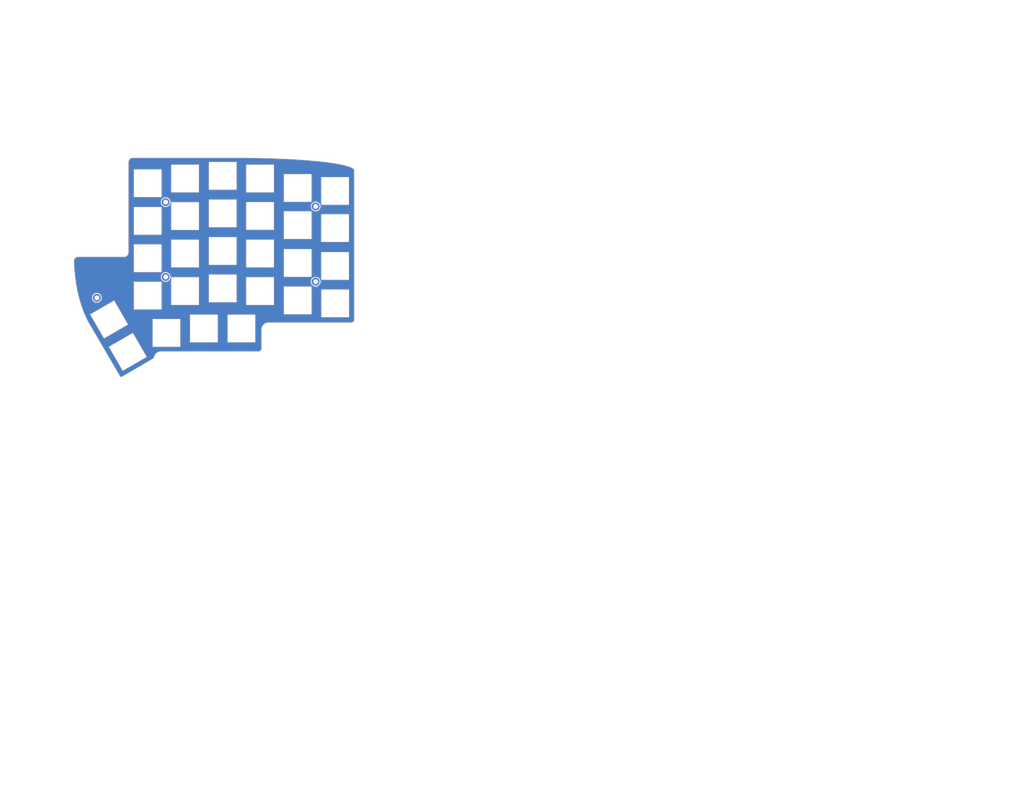
<source format=kicad_pcb>
(kicad_pcb (version 20221018) (generator pcbnew)
  (layers (0 "F.Cu" signal) (31 "B.Cu" signal) (34 "B.Paste" user) (35 "F.Paste" user) (36 "B.SilkS" user "B.Silkscreen") (37 "F.SilkS" user "F.Silkscreen") (38 "B.Mask" user) (39 "F.Mask" user) (44 "Edge.Cuts" user))
  (net 0 "")
  (footprint "Lily58-footprint:MX_Choc_Cutout" (layer "F.Cu") (at 215.697916 90.087656)
    (fp_text reference "SW18" hide)
    (fp_text value "SW_PUSH" hide)
    (fp_line (start -7 -7) (end 7 -7) (stroke (width 0.15)) (layer "Edge.Cuts"))
    (fp_line (start -7 7) (end -7 -7) (stroke (width 0.15)) (layer "Edge.Cuts"))
    (fp_line (start 7 -7) (end 7 7) (stroke (width 0.15)) (layer "Edge.Cuts"))
    (fp_line (start 7 7) (end -7 7) (stroke (width 0.15)) (layer "Edge.Cuts"))
    (zone (net 0) (net_name "") (layers "F&B.Cu") (connect_pads (clearance 0)) (min_thickness 0.25)
      (keepout (tracks not_allowed) (vias not_allowed) (pads not_allowed) (copperpour not_allowed) (footprints not_allowed))
      (fill (thermal_gap 0.5) (thermal_bridge_width 0.5))
      (polygon (pts (xy 208.697916 83.087656) (xy 208.697916 97.087656) (xy 222.697916 97.087656) (xy 222.697916 83.087656)))
    )
  )
  (footprint "Lily58-footprint:MX_Choc_Cutout" (layer "F.Cu") (at 196.697916 50.487656)
    (fp_text reference "SW5" hide)
    (fp_text value "SW_PUSH" hide)
    (fp_line (start -7 -7) (end 7 -7) (stroke (width 0.15)) (layer "Edge.Cuts"))
    (fp_line (start -7 7) (end -7 -7) (stroke (width 0.15)) (layer "Edge.Cuts"))
    (fp_line (start 7 -7) (end 7 7) (stroke (width 0.15)) (layer "Edge.Cuts"))
    (fp_line (start 7 7) (end -7 7) (stroke (width 0.15)) (layer "Edge.Cuts"))
    (zone (net 0) (net_name "") (layers "F&B.Cu") (connect_pads (clearance 0)) (min_thickness 0.25)
      (keepout (tracks not_allowed) (vias not_allowed) (pads not_allowed) (copperpour not_allowed) (footprints not_allowed))
      (fill (thermal_gap 0.5) (thermal_bridge_width 0.5))
      (polygon (pts (xy 189.697916 43.487656) (xy 189.697916 57.487656) (xy 203.697916 57.487656) (xy 203.697916 43.487656)))
    )
  )
  (footprint "Lily58-footprint:MX_Choc_Cutout" (layer "F.Cu") (at 215.697916 70.887656)
    (fp_text reference "SW12" hide)
    (fp_text value "SW_PUSH" hide)
    (fp_line (start -7 -7) (end 7 -7) (stroke (width 0.15)) (layer "Edge.Cuts"))
    (fp_line (start -7 7) (end -7 -7) (stroke (width 0.15)) (layer "Edge.Cuts"))
    (fp_line (start 7 -7) (end 7 7) (stroke (width 0.15)) (layer "Edge.Cuts"))
    (fp_line (start 7 7) (end -7 7) (stroke (width 0.15)) (layer "Edge.Cuts"))
    (zone (net 0) (net_name "") (layers "F&B.Cu") (connect_pads (clearance 0)) (min_thickness 0.25)
      (keepout (tracks not_allowed) (vias not_allowed) (pads not_allowed) (copperpour not_allowed) (footprints not_allowed))
      (fill (thermal_gap 0.5) (thermal_bridge_width 0.5))
      (polygon (pts (xy 208.697916 63.887656) (xy 208.697916 77.887656) (xy 222.697916 77.887656) (xy 222.697916 63.887656)))
    )
  )
  (footprint "Lily58-footprint:MX_Choc_Cutout" (layer "F.Cu") (at 129.997916 124.087656)
    (fp_text reference "SW27" hide)
    (fp_text value "SW_PUSH" hide)
    (fp_line (start -7 -7) (end 7 -7) (stroke (width 0.15)) (layer "Edge.Cuts"))
    (fp_line (start -7 7) (end -7 -7) (stroke (width 0.15)) (layer "Edge.Cuts"))
    (fp_line (start 7 -7) (end 7 7) (stroke (width 0.15)) (layer "Edge.Cuts"))
    (fp_line (start 7 7) (end -7 7) (stroke (width 0.15)) (layer "Edge.Cuts"))
    (zone (net 0) (net_name "") (layers "F&B.Cu") (connect_pads (clearance 0)) (min_thickness 0.25)
      (keepout (tracks not_allowed) (vias not_allowed) (pads not_allowed) (copperpour not_allowed) (footprints not_allowed))
      (fill (thermal_gap 0.5) (thermal_bridge_width 0.5))
      (polygon (pts (xy 122.997916 117.087656) (xy 122.997916 131.087656) (xy 136.997916 131.087656) (xy 136.997916 117.087656)))
    )
  )
  (footprint "Lily58-footprint:MX_Choc_Cutout" (layer "F.Cu") (at 168.097916 121.837656)
    (fp_text reference "SW29" hide)
    (fp_text value "SW_PUSH" hide)
    (fp_line (start -7 -7) (end 7 -7) (stroke (width 0.15)) (layer "Edge.Cuts"))
    (fp_line (start -7 7) (end -7 -7) (stroke (width 0.15)) (layer "Edge.Cuts"))
    (fp_line (start 7 -7) (end 7 7) (stroke (width 0.15)) (layer "Edge.Cuts"))
    (fp_line (start 7 7) (end -7 7) (stroke (width 0.15)) (layer "Edge.Cuts"))
    (zone (net 0) (net_name "") (layers "F&B.Cu") (connect_pads (clearance 0)) (min_thickness 0.25)
      (keepout (tracks not_allowed) (vias not_allowed) (pads not_allowed) (copperpour not_allowed) (footprints not_allowed))
      (fill (thermal_gap 0.5) (thermal_bridge_width 0.5))
      (polygon (pts (xy 161.097916 114.837656) (xy 161.097916 128.837656) (xy 175.097916 128.837656) (xy 175.097916 114.837656)))
    )
  )
  (footprint "Lily58-footprint:MX_Choc_Cutout" (layer "F.Cu") (at 139.497916 45.687656)
    (fp_text reference "SW2" hide)
    (fp_text value "SW_PUSH" hide)
    (fp_line (start -7 -7) (end 7 -7) (stroke (width 0.15)) (layer "Edge.Cuts"))
    (fp_line (start -7 7) (end -7 -7) (stroke (width 0.15)) (layer "Edge.Cuts"))
    (fp_line (start 7 -7) (end 7 7) (stroke (width 0.15)) (layer "Edge.Cuts"))
    (fp_line (start 7 7) (end -7 7) (stroke (width 0.15)) (layer "Edge.Cuts"))
    (zone (net 0) (net_name "") (layers "F&B.Cu") (connect_pads (clearance 0)) (min_thickness 0.25)
      (keepout (tracks not_allowed) (vias not_allowed) (pads not_allowed) (copperpour not_allowed) (footprints not_allowed))
      (fill (thermal_gap 0.5) (thermal_bridge_width 0.5))
      (polygon (pts (xy 132.497916 38.687656) (xy 132.497916 52.687656) (xy 146.497916 52.687656) (xy 146.497916 38.687656)))
    )
  )
  (footprint "Lily58-footprint:MX_Choc_Cutout" (layer "F.Cu") (at 158.597916 82.487656)
    (fp_text reference "SW15" hide)
    (fp_text value "SW_PUSH" hide)
    (fp_line (start -7 -7) (end 7 -7) (stroke (width 0.15)) (layer "Edge.Cuts"))
    (fp_line (start -7 7) (end -7 -7) (stroke (width 0.15)) (layer "Edge.Cuts"))
    (fp_line (start 7 -7) (end 7 7) (stroke (width 0.15)) (layer "Edge.Cuts"))
    (fp_line (start 7 7) (end -7 7) (stroke (width 0.15)) (layer "Edge.Cuts"))
    (zone (net 0) (net_name "") (layers "F&B.Cu") (connect_pads (clearance 0)) (min_thickness 0.25)
      (keepout (tracks not_allowed) (vias not_allowed) (pads not_allowed) (copperpour not_allowed) (footprints not_allowed))
      (fill (thermal_gap 0.5) (thermal_bridge_width 0.5))
      (polygon (pts (xy 151.597916 75.487656) (xy 151.597916 89.487656) (xy 165.597916 89.487656) (xy 165.597916 75.487656)))
    )
  )
  (footprint "Lily58-footprint:M2_HOLE_PCB" (layer "F.Cu") (at 205.797916 59.887656)
    (fp_text reference "TH4" hide)
    (fp_text value "HOLE")
    (pad "" thru_hole circle (at 0 0) (size 4 4) (drill 2.4) (layers "*.Cu" "*.Mask"))
  )
  (footprint "Lily58-footprint:MX_Choc_Cutout" (layer "F.Cu") (at 100.868833 117.284213 30)
    (fp_text reference "SW25" hide)
    (fp_text value "SW_PUSH" hide)
    (fp_line (start -7 -7) (end 7 -7) (stroke (width 0.15)) (layer "Edge.Cuts"))
    (fp_line (start -7 7) (end -7 -7) (stroke (width 0.15)) (layer "Edge.Cuts"))
    (fp_line (start 7 -7) (end 7 7) (stroke (width 0.15)) (layer "Edge.Cuts"))
    (fp_line (start 7 7) (end -7 7) (stroke (width 0.15)) (layer "Edge.Cuts"))
    (zone (net 0) (net_name "") (layers "F&B.Cu") (connect_pads (clearance 0)) (min_thickness 0.25)
      (keepout (tracks not_allowed) (vias not_allowed) (pads not_allowed) (copperpour not_allowed) (footprints not_allowed))
      (fill (thermal_gap 0.5) (thermal_bridge_width 0.5))
      (polygon (pts (xy 91.306655 114.722035) (xy 98.306655 126.846391) (xy 110.431011 119.846391) (xy 103.431011 107.722035)))
    )
  )
  (footprint "Lily58-footprint:MX_Choc_Cutout" (layer "F.Cu") (at 196.697916 69.387656)
    (fp_text reference "SW11" hide)
    (fp_text value "SW_PUSH" hide)
    (fp_line (start -7 -7) (end 7 -7) (stroke (width 0.15)) (layer "Edge.Cuts"))
    (fp_line (start -7 7) (end -7 -7) (stroke (width 0.15)) (layer "Edge.Cuts"))
    (fp_line (start 7 -7) (end 7 7) (stroke (width 0.15)) (layer "Edge.Cuts"))
    (fp_line (start 7 7) (end -7 7) (stroke (width 0.15)) (layer "Edge.Cuts"))
    (zone (net 0) (net_name "") (layers "F&B.Cu") (connect_pads (clearance 0)) (min_thickness 0.25)
      (keepout (tracks not_allowed) (vias not_allowed) (pads not_allowed) (copperpour not_allowed) (footprints not_allowed))
      (fill (thermal_gap 0.5) (thermal_bridge_width 0.5))
      (polygon (pts (xy 189.697916 62.387656) (xy 189.697916 76.387656) (xy 203.697916 76.387656) (xy 203.697916 62.387656)))
    )
  )
  (footprint "Lily58-footprint:MX_Choc_Cutout" (layer "F.Cu") (at 139.497916 64.787656)
    (fp_text reference "SW8" hide)
    (fp_text value "SW_PUSH" hide)
    (fp_line (start -7 -7) (end 7 -7) (stroke (width 0.15)) (layer "Edge.Cuts"))
    (fp_line (start -7 7) (end -7 -7) (stroke (width 0.15)) (layer "Edge.Cuts"))
    (fp_line (start 7 -7) (end 7 7) (stroke (width 0.15)) (layer "Edge.Cuts"))
    (fp_line (start 7 7) (end -7 7) (stroke (width 0.15)) (layer "Edge.Cuts"))
    (zone (net 0) (net_name "") (layers "F&B.Cu") (connect_pads (clearance 0)) (min_thickness 0.25)
      (keepout (tracks not_allowed) (vias not_allowed) (pads not_allowed) (copperpour not_allowed) (footprints not_allowed))
      (fill (thermal_gap 0.5) (thermal_bridge_width 0.5))
      (polygon (pts (xy 132.497916 57.787656) (xy 132.497916 71.787656) (xy 146.497916 71.787656) (xy 146.497916 57.787656)))
    )
  )
  (footprint "Lily58-footprint:M2_HOLE_PCB" (layer "F.Cu") (at 129.597916 95.687656)
    (fp_text reference "TH5" hide)
    (fp_text value "HOLE")
    (pad "" thru_hole circle (at 0 0) (size 4 4) (drill 2.4) (layers "*.Cu" "*.Mask"))
  )
  (footprint "Lily58-footprint:MX_Choc_Cutout" (layer "F.Cu") (at 120.497916 105.187656)
    (fp_text reference "SW19" hide)
    (fp_text value "SW_PUSH" hide)
    (fp_line (start -7 -7) (end 7 -7) (stroke (width 0.15)) (layer "Edge.Cuts"))
    (fp_line (start -7 7) (end -7 -7) (stroke (width 0.15)) (layer "Edge.Cuts"))
    (fp_line (start 7 -7) (end 7 7) (stroke (width 0.15)) (layer "Edge.Cuts"))
    (fp_line (start 7 7) (end -7 7) (stroke (width 0.15)) (layer "Edge.Cuts"))
    (zone (net 0) (net_name "") (layers "F&B.Cu") (connect_pads (clearance 0)) (min_thickness 0.25)
      (keepout (tracks not_allowed) (vias not_allowed) (pads not_allowed) (copperpour not_allowed) (footprints not_allowed))
      (fill (thermal_gap 0.5) (thermal_bridge_width 0.5))
      (polygon (pts (xy 113.497916 98.187656) (xy 113.497916 112.187656) (xy 127.497916 112.187656) (xy 127.497916 98.187656)))
    )
  )
  (footprint "Lily58-footprint:MX_Choc_Cutout" (layer "F.Cu") (at 120.497916 48.087656)
    (fp_text reference "SW1" hide)
    (fp_text value "SW_PUSH" hide)
    (fp_line (start -7 -7) (end 7 -7) (stroke (width 0.15)) (layer "Edge.Cuts"))
    (fp_line (start -7 7) (end -7 -7) (stroke (width 0.15)) (layer "Edge.Cuts"))
    (fp_line (start 7 -7) (end 7 7) (stroke (width 0.15)) (layer "Edge.Cuts"))
    (fp_line (start 7 7) (end -7 7) (stroke (width 0.15)) (layer "Edge.Cuts"))
    (zone (net 0) (net_name "") (layers "F&B.Cu") (connect_pads (clearance 0)) (min_thickness 0.25)
      (keepout (tracks not_allowed) (vias not_allowed) (pads not_allowed) (copperpour not_allowed) (footprints not_allowed))
      (fill (thermal_gap 0.5) (thermal_bridge_width 0.5))
      (polygon (pts (xy 113.497916 41.087656) (xy 113.497916 55.087656) (xy 127.497916 55.087656) (xy 127.497916 41.087656)))
    )
  )
  (footprint "Lily58-footprint:MX_Choc_Cutout" (layer "F.Cu") (at 177.597916 64.687656)
    (fp_text reference "SW10" hide)
    (fp_text value "SW_PUSH" hide)
    (fp_line (start -7 -7) (end 7 -7) (stroke (width 0.15)) (layer "Edge.Cuts"))
    (fp_line (start -7 7) (end -7 -7) (stroke (width 0.15)) (layer "Edge.Cuts"))
    (fp_line (start 7 -7) (end 7 7) (stroke (width 0.15)) (layer "Edge.Cuts"))
    (fp_line (start 7 7) (end -7 7) (stroke (width 0.15)) (layer "Edge.Cuts"))
    (zone (net 0) (net_name "") (layers "F&B.Cu") (connect_pads (clearance 0)) (min_thickness 0.25)
      (keepout (tracks not_allowed) (vias not_allowed) (pads not_allowed) (copperpour not_allowed) (footprints not_allowed))
      (fill (thermal_gap 0.5) (thermal_bridge_width 0.5))
      (polygon (pts (xy 170.597916 57.687656) (xy 170.597916 71.687656) (xy 184.597916 71.687656) (xy 184.597916 57.687656)))
    )
  )
  (footprint "Lily58-footprint:MX_Choc_Cutout" (layer "F.Cu") (at 196.697916 88.587656)
    (fp_text reference "SW17" hide)
    (fp_text value "SW_PUSH" hide)
    (fp_line (start -7 -7) (end 7 -7) (stroke (width 0.15)) (layer "Edge.Cuts"))
    (fp_line (start -7 7) (end -7 -7) (stroke (width 0.15)) (layer "Edge.Cuts"))
    (fp_line (start 7 -7) (end 7 7) (stroke (width 0.15)) (layer "Edge.Cuts"))
    (fp_line (start 7 7) (end -7 7) (stroke (width 0.15)) (layer "Edge.Cuts"))
    (zone (net 0) (net_name "") (layers "F&B.Cu") (connect_pads (clearance 0)) (min_thickness 0.25)
      (keepout (tracks not_allowed) (vias not_allowed) (pads not_allowed) (copperpour not_allowed) (footprints not_allowed))
      (fill (thermal_gap 0.5) (thermal_bridge_width 0.5))
      (polygon (pts (xy 189.697916 81.587656) (xy 189.697916 95.587656) (xy 203.697916 95.587656) (xy 203.697916 81.587656)))
    )
  )
  (footprint "Lily58-footprint:MX_Choc_Cutout" (layer "F.Cu") (at 110.368833 133.738695 30)
    (fp_text reference "SW26" hide)
    (fp_text value "SW_PUSH" hide)
    (fp_line (start -7 -7) (end 7 -7) (stroke (width 0.15)) (layer "Edge.Cuts"))
    (fp_line (start -7 7) (end -7 -7) (stroke (width 0.15)) (layer "Edge.Cuts"))
    (fp_line (start 7 -7) (end 7 7) (stroke (width 0.15)) (layer "Edge.Cuts"))
    (fp_line (start 7 7) (end -7 7) (stroke (width 0.15)) (layer "Edge.Cuts"))
    (zone (net 0) (net_name "") (layers "F&B.Cu") (connect_pads (clearance 0)) (min_thickness 0.25)
      (keepout (tracks not_allowed) (vias not_allowed) (pads not_allowed) (copperpour not_allowed) (footprints not_allowed))
      (fill (thermal_gap 0.5) (thermal_bridge_width 0.5))
      (polygon (pts (xy 100.806655 131.176517) (xy 107.806655 143.300873) (xy 119.931011 136.300873) (xy 112.931011 124.176517)))
    )
  )
  (footprint "Lily58-footprint:MX_Choc_Cutout" (layer "F.Cu") (at 139.497916 102.887656)
    (fp_text reference "SW20" hide)
    (fp_text value "SW_PUSH" hide)
    (fp_line (start -7 -7) (end 7 -7) (stroke (width 0.15)) (layer "Edge.Cuts"))
    (fp_line (start -7 7) (end -7 -7) (stroke (width 0.15)) (layer "Edge.Cuts"))
    (fp_line (start 7 -7) (end 7 7) (stroke (width 0.15)) (layer "Edge.Cuts"))
    (fp_line (start 7 7) (end -7 7) (stroke (width 0.15)) (layer "Edge.Cuts"))
    (zone (net 0) (net_name "") (layers "F&B.Cu") (connect_pads (clearance 0)) (min_thickness 0.25)
      (keepout (tracks not_allowed) (vias not_allowed) (pads not_allowed) (copperpour not_allowed) (footprints not_allowed))
      (fill (thermal_gap 0.5) (thermal_bridge_width 0.5))
      (polygon (pts (xy 132.497916 95.887656) (xy 132.497916 109.887656) (xy 146.497916 109.887656) (xy 146.497916 95.887656)))
    )
  )
  (footprint "Lily58-footprint:MX_Choc_Cutout" (layer "F.Cu") (at 120.497916 67.187656)
    (fp_text reference "SW7" hide)
    (fp_text value "SW_PUSH" hide)
    (fp_line (start -7 -7) (end 7 -7) (stroke (width 0.15)) (layer "Edge.Cuts"))
    (fp_line (start -7 7) (end -7 -7) (stroke (width 0.15)) (layer "Edge.Cuts"))
    (fp_line (start 7 -7) (end 7 7) (stroke (width 0.15)) (layer "Edge.Cuts"))
    (fp_line (start 7 7) (end -7 7) (stroke (width 0.15)) (layer "Edge.Cuts"))
    (zone (net 0) (net_name "") (layers "F&B.Cu") (connect_pads (clearance 0)) (min_thickness 0.25)
      (keepout (tracks not_allowed) (vias not_allowed) (pads not_allowed) (copperpour not_allowed) (footprints not_allowed))
      (fill (thermal_gap 0.5) (thermal_bridge_width 0.5))
      (polygon (pts (xy 113.497916 60.187656) (xy 113.497916 74.187656) (xy 127.497916 74.187656) (xy 127.497916 60.187656)))
    )
  )
  (footprint "Lily58-footprint:MX_Choc_Cutout" (layer "F.Cu") (at 177.597916 83.787656)
    (fp_text reference "SW16" hide)
    (fp_text value "SW_PUSH" hide)
    (fp_line (start -7 -7) (end 7 -7) (stroke (width 0.15)) (layer "Edge.Cuts"))
    (fp_line (start -7 7) (end -7 -7) (stroke (width 0.15)) (layer "Edge.Cuts"))
    (fp_line (start 7 -7) (end 7 7) (stroke (width 0.15)) (layer "Edge.Cuts"))
    (fp_line (start 7 7) (end -7 7) (stroke (width 0.15)) (layer "Edge.Cuts"))
    (zone (net 0) (net_name "") (layers "F&B.Cu") (connect_pads (clearance 0)) (min_thickness 0.25)
      (keepout (tracks not_allowed) (vias not_allowed) (pads not_allowed) (copperpour not_allowed) (footprints not_allowed))
      (fill (thermal_gap 0.5) (thermal_bridge_width 0.5))
      (polygon (pts (xy 170.597916 76.787656) (xy 170.597916 90.787656) (xy 184.597916 90.787656) (xy 184.597916 76.787656)))
    )
  )
  (footprint "Lily58-footprint:MX_Choc_Cutout" (layer "F.Cu") (at 158.597916 63.387656)
    (fp_text reference "SW9" hide)
    (fp_text value "SW_PUSH" hide)
    (fp_line (start -7 -7) (end 7 -7) (stroke (width 0.15)) (layer "Edge.Cuts"))
    (fp_line (start -7 7) (end -7 -7) (stroke (width 0.15)) (layer "Edge.Cuts"))
    (fp_line (start 7 -7) (end 7 7) (stroke (width 0.15)) (layer "Edge.Cuts"))
    (fp_line (start 7 7) (end -7 7) (stroke (width 0.15)) (layer "Edge.Cuts"))
    (zone (net 0) (net_name "") (layers "F&B.Cu") (connect_pads (clearance 0)) (min_thickness 0.25)
      (keepout (tracks not_allowed) (vias not_allowed) (pads not_allowed) (copperpour not_allowed) (footprints not_allowed))
      (fill (thermal_gap 0.5) (thermal_bridge_width 0.5))
      (polygon (pts (xy 151.597916 56.387656) (xy 151.597916 70.387656) (xy 165.597916 70.387656) (xy 165.597916 56.387656)))
    )
  )
  (footprint "Lily58-footprint:MX_Choc_Cutout" (layer "F.Cu") (at 177.597916 45.687656)
    (fp_text reference "SW4" hide)
    (fp_text value "SW_PUSH" hide)
    (fp_line (start -7 -7) (end 7 -7) (stroke (width 0.15)) (layer "Edge.Cuts"))
    (fp_line (start -7 7) (end -7 -7) (stroke (width 0.15)) (layer "Edge.Cuts"))
    (fp_line (start 7 -7) (end 7 7) (stroke (width 0.15)) (layer "Edge.Cuts"))
    (fp_line (start 7 7) (end -7 7) (stroke (width 0.15)) (layer "Edge.Cuts"))
    (zone (net 0) (net_name "") (layers "F&B.Cu") (connect_pads (clearance 0)) (min_thickness 0.25)
      (keepout (tracks not_allowed) (vias not_allowed) (pads not_allowed) (copperpour not_allowed) (footprints not_allowed))
      (fill (thermal_gap 0.5) (thermal_bridge_width 0.5))
      (polygon (pts (xy 170.597916 38.687656) (xy 170.597916 52.687656) (xy 184.597916 52.687656) (xy 184.597916 38.687656)))
    )
  )
  (footprint "Lily58-footprint:M2_HOLE_PCB" (layer "F.Cu") (at 94.640916 106.291656 90)
    (fp_text reference "TH7" hide)
    (fp_text value "HOLE")
    (pad "" thru_hole circle (at 0 0 90) (size 4 4) (drill 2.4) (layers "*.Cu" "*.Mask"))
  )
  (footprint "Lily58-footprint:MX_Choc_Cutout" (layer "F.Cu") (at 215.747916 109.087656)
    (fp_text reference "SW24" hide)
    (fp_text value "SW_PUSH" hide)
    (fp_line (start -7 -7) (end 7 -7) (stroke (width 0.15)) (layer "Edge.Cuts"))
    (fp_line (start -7 7) (end -7 -7) (stroke (width 0.15)) (layer "Edge.Cuts"))
    (fp_line (start 7 -7) (end 7 7) (stroke (width 0.15)) (layer "Edge.Cuts"))
    (fp_line (start 7 7) (end -7 7) (stroke (width 0.15)) (layer "Edge.Cuts"))
    (zone (net 0) (net_name "") (layers "F&B.Cu") (connect_pads (clearance 0)) (min_thickness 0.25)
      (keepout (tracks not_allowed) (vias not_allowed) (pads not_allowed) (copperpour not_allowed) (footprints not_allowed))
      (fill (thermal_gap 0.5) (thermal_bridge_width 0.5))
      (polygon (pts (xy 208.747916 102.087656) (xy 208.747916 116.087656) (xy 222.747916 116.087656) (xy 222.747916 102.087656)))
    )
  )
  (footprint "Lily58-footprint:MX_Choc_Cutout" (layer "F.Cu") (at 158.597916 44.297656)
    (fp_text reference "SW3" hide)
    (fp_text value "SW_PUSH" hide)
    (fp_line (start -7 -7) (end 7 -7) (stroke (width 0.15)) (layer "Edge.Cuts"))
    (fp_line (start -7 7) (end -7 -7) (stroke (width 0.15)) (layer "Edge.Cuts"))
    (fp_line (start 7 -7) (end 7 7) (stroke (width 0.15)) (layer "Edge.Cuts"))
    (fp_line (start 7 7) (end -7 7) (stroke (width 0.15)) (layer "Edge.Cuts"))
    (zone (net 0) (net_name "") (layers "F&B.Cu") (connect_pads (clearance 0)) (min_thickness 0.25)
      (keepout (tracks not_allowed) (vias not_allowed) (pads not_allowed) (copperpour not_allowed) (footprints not_allowed))
      (fill (thermal_gap 0.5) (thermal_bridge_width 0.5))
      (polygon (pts (xy 151.597916 37.297656) (xy 151.597916 51.297656) (xy 165.597916 51.297656) (xy 165.597916 37.297656)))
    )
  )
  (footprint "Lily58-footprint:MX_Choc_Cutout" (layer "F.Cu") (at 148.997916 121.837656)
    (fp_text reference "SW28" hide)
    (fp_text value "SW_PUSH" hide)
    (fp_line (start -7 -7) (end 7 -7) (stroke (width 0.15)) (layer "Edge.Cuts"))
    (fp_line (start -7 7) (end -7 -7) (stroke (width 0.15)) (layer "Edge.Cuts"))
    (fp_line (start 7 -7) (end 7 7) (stroke (width 0.15)) (layer "Edge.Cuts"))
    (fp_line (start 7 7) (end -7 7) (stroke (width 0.15)) (layer "Edge.Cuts"))
    (zone (net 0) (net_name "") (layers "F&B.Cu") (connect_pads (clearance 0)) (min_thickness 0.25)
      (keepout (tracks not_allowed) (vias not_allowed) (pads not_allowed) (copperpour not_allowed) (footprints not_allowed))
      (fill (thermal_gap 0.5) (thermal_bridge_width 0.5))
      (polygon (pts (xy 141.997916 114.837656) (xy 141.997916 128.837656) (xy 155.997916 128.837656) (xy 155.997916 114.837656)))
    )
  )
  (footprint "Lily58-footprint:MX_Choc_Cutout" (layer "F.Cu") (at 139.497916 83.787656)
    (fp_text reference "SW14" hide)
    (fp_text value "SW_PUSH" hide)
    (fp_line (start -7 -7) (end 7 -7) (stroke (width 0.15)) (layer "Edge.Cuts"))
    (fp_line (start -7 7) (end -7 -7) (stroke (width 0.15)) (layer "Edge.Cuts"))
    (fp_line (start 7 -7) (end 7 7) (stroke (width 0.15)) (layer "Edge.Cuts"))
    (fp_line (start 7 7) (end -7 7) (stroke (width 0.15)) (layer "Edge.Cuts"))
    (zone (net 0) (net_name "") (layers "F&B.Cu") (connect_pads (clearance 0)) (min_thickness 0.25)
      (keepout (tracks not_allowed) (vias not_allowed) (pads not_allowed) (copperpour not_allowed) (footprints not_allowed))
      (fill (thermal_gap 0.5) (thermal_bridge_width 0.5))
      (polygon (pts (xy 132.497916 76.787656) (xy 132.497916 90.787656) (xy 146.497916 90.787656) (xy 146.497916 76.787656)))
    )
  )
  (footprint "Lily58-footprint:MX_Choc_Cutout" (layer "F.Cu") (at 196.697916 107.587656)
    (fp_text reference "SW23" hide)
    (fp_text value "SW_PUSH" hide)
    (fp_line (start -7 -7) (end 7 -7) (stroke (width 0.15)) (layer "Edge.Cuts"))
    (fp_line (start -7 7) (end -7 -7) (stroke (width 0.15)) (layer "Edge.Cuts"))
    (fp_line (start 7 -7) (end 7 7) (stroke (width 0.15)) (layer "Edge.Cuts"))
    (fp_line (start 7 7) (end -7 7) (stroke (width 0.15)) (layer "Edge.Cuts"))
    (zone (net 0) (net_name "") (layers "F&B.Cu") (connect_pads (clearance 0)) (min_thickness 0.25)
      (keepout (tracks not_allowed) (vias not_allowed) (pads not_allowed) (copperpour not_allowed) (footprints not_allowed))
      (fill (thermal_gap 0.5) (thermal_bridge_width 0.5))
      (polygon (pts (xy 189.697916 100.587656) (xy 189.697916 114.587656) (xy 203.697916 114.587656) (xy 203.697916 100.587656)))
    )
  )
  (footprint "Lily58-footprint:M2_HOLE_PCB" (layer "F.Cu") (at 129.597916 57.687656)
    (fp_text reference "TH3" hide)
    (fp_text value "HOLE")
    (pad "" thru_hole circle (at 0 0) (size 4 4) (drill 2.4) (layers "*.Cu" "*.Mask"))
  )
  (footprint "Lily58-footprint:MX_Choc_Cutout" (layer "F.Cu") (at 177.597916 102.887656)
    (fp_text reference "SW22" hide)
    (fp_text value "SW_PUSH" hide)
    (fp_line (start -7 -7) (end 7 -7) (stroke (width 0.15)) (layer "Edge.Cuts"))
    (fp_line (start -7 7) (end -7 -7) (stroke (width 0.15)) (layer "Edge.Cuts"))
    (fp_line (start 7 -7) (end 7 7) (stroke (width 0.15)) (layer "Edge.Cuts"))
    (fp_line (start 7 7) (end -7 7) (stroke (width 0.15)) (layer "Edge.Cuts"))
    (zone (net 0) (net_name "") (layers "F&B.Cu") (connect_pads (clearance 0)) (min_thickness 0.25)
      (keepout (tracks not_allowed) (vias not_allowed) (pads not_allowed) (copperpour not_allowed) (footprints not_allowed))
      (fill (thermal_gap 0.5) (thermal_bridge_width 0.5))
      (polygon (pts (xy 170.597916 95.887656) (xy 170.597916 109.887656) (xy 184.597916 109.887656) (xy 184.597916 95.887656)))
    )
  )
  (footprint "Lily58-footprint:MX_Choc_Cutout" (layer "F.Cu") (at 120.497916 86.187656)
    (fp_text reference "SW13" hide)
    (fp_text value "SW_PUSH" hide)
    (fp_line (start -7 -7) (end 7 -7) (stroke (width 0.15)) (layer "Edge.Cuts"))
    (fp_line (start -7 7) (end -7 -7) (stroke (width 0.15)) (layer "Edge.Cuts"))
    (fp_line (start 7 -7) (end 7 7) (stroke (width 0.15)) (layer "Edge.Cuts"))
    (fp_line (start 7 7) (end -7 7) (stroke (width 0.15)) (layer "Edge.Cuts"))
    (zone (net 0) (net_name "") (layers "F&B.Cu") (connect_pads (clearance 0)) (min_thickness 0.25)
      (keepout (tracks not_allowed) (vias not_allowed) (pads not_allowed) (copperpour not_allowed) (footprints not_allowed))
      (fill (thermal_gap 0.5) (thermal_bridge_width 0.5))
      (polygon (pts (xy 113.497916 79.187656) (xy 113.497916 93.187656) (xy 127.497916 93.187656) (xy 127.497916 79.187656)))
    )
  )
  (footprint "Lily58-footprint:MX_Choc_Cutout" (layer "F.Cu") (at 215.697916 51.987656)
    (fp_text reference "SW6" hide)
    (fp_text value "SW_PUSH" hide)
    (fp_line (start -7 -7) (end 7 -7) (stroke (width 0.15)) (layer "Edge.Cuts"))
    (fp_line (start -7 7) (end -7 -7) (stroke (width 0.15)) (layer "Edge.Cuts"))
    (fp_line (start 7 -7) (end 7 7) (stroke (width 0.15)) (layer "Edge.Cuts"))
    (fp_line (start 7 7) (end -7 7) (stroke (width 0.15)) (layer "Edge.Cuts"))
    (zone (net 0) (net_name "") (layers "F&B.Cu") (connect_pads (clearance 0)) (min_thickness 0.25)
      (keepout (tracks not_allowed) (vias not_allowed) (pads not_allowed) (copperpour not_allowed) (footprints not_allowed))
      (fill (thermal_gap 0.5) (thermal_bridge_width 0.5))
      (polygon (pts (xy 208.697916 44.987656) (xy 208.697916 58.987656) (xy 222.697916 58.987656) (xy 222.697916 44.987656)))
    )
  )
  (footprint "Lily58-footprint:MX_Choc_Cutout" (layer "F.Cu") (at 158.597916 101.487656)
    (fp_text reference "SW21" hide)
    (fp_text value "SW_PUSH" hide)
    (fp_line (start -7 -7) (end 7 -7) (stroke (width 0.15)) (layer "Edge.Cuts"))
    (fp_line (start -7 7) (end -7 -7) (stroke (width 0.15)) (layer "Edge.Cuts"))
    (fp_line (start 7 -7) (end 7 7) (stroke (width 0.15)) (layer "Edge.Cuts"))
    (fp_line (start 7 7) (end -7 7) (stroke (width 0.15)) (layer "Edge.Cuts"))
    (zone (net 0) (net_name "") (layers "F&B.Cu") (connect_pads (clearance 0)) (min_thickness 0.25)
      (keepout (tracks not_allowed) (vias not_allowed) (pads not_allowed) (copperpour not_allowed) (footprints not_allowed))
      (fill (thermal_gap 0.5) (thermal_bridge_width 0.5))
      (polygon (pts (xy 151.597916 94.487656) (xy 151.597916 108.487656) (xy 165.597916 108.487656) (xy 165.597916 94.487656)))
    )
  )
  (footprint "Lily58-footprint:M2_HOLE_PCB" (layer "F.Cu") (at 205.797916 98.087656)
    (fp_text reference "TH6" hide)
    (fp_text value "HOLE")
    (pad "" thru_hole circle (at 0 0) (size 4 4) (drill 2.4) (layers "*.Cu" "*.Mask"))
  )
  (gr_line (start 123.658113 136.571583) (end 123.519897 136.826392) (stroke (width 0.2)) (layer "Edge.Cuts"))
  (gr_line (start 213.422752 118.877391) (end 218.690334 118.877391) (stroke (width 0.2)) (layer "Edge.Cuts"))
  (gr_line (start 85.160319 85.457983) (end 84.712477 85.502055) (stroke (width 0.2)) (layer "Edge.Cuts"))
  (gr_line (start 194.98415 35.953491) (end 192.474099 35.813348) (stroke (width 0.2)) (layer "Edge.Cuts"))
  (gr_line (start 225.457916 98.414146) (end 225.457916 107.895768) (stroke (width 0.2)) (layer "Edge.Cuts"))
  (gr_line (start 197.4218 36.106302) (end 194.98415 35.953491) (stroke (width 0.2)) (layer "Edge.Cuts"))
  (gr_line (start 178.317264 132.060507) (end 178.286817 132.363003) (stroke (width 0.2)) (layer "Edge.Cuts"))
  (gr_line (start 189.895288 35.686269) (end 187.251361 35.572652) (stroke (width 0.2)) (layer "Edge.Cuts"))
  (gr_line (start 124.048809 135.622364) (end 124.371313 135.027811) (stroke (width 0.2)) (layer "Edge.Cuts"))
  (gr_line (start 126.576211 133.612386) (end 127.273983 133.583175) (stroke (width 0.2)) (layer "Edge.Cuts"))
  (gr_line (start 225.457915 117.377391) (end 225.427468 117.679887) (stroke (width 0.2)) (layer "Edge.Cuts"))
  (gr_line (start 106.549217 146.36413) (end 106.66625 146.463778) (stroke (width 0.2)) (layer "Edge.Cuts"))
  (gr_line (start 179.859689 119.474721) (end 180.454242 119.152217) (stroke (width 0.2)) (layer "Edge.Cuts"))
  (gr_line (start 162.07822 133.554806) (end 176.817264 133.560507) (stroke (width 0.2)) (layer "Edge.Cuts"))
  (gr_line (start 109.735939 85.08242) (end 110.061411 84.813891) (stroke (width 0.2)) (layer "Edge.Cuts"))
  (gr_line (start 100.044952 135.273996) (end 101.720646 138.140315) (stroke (width 0.2)) (layer "Edge.Cuts"))
  (gr_line (start 111.34917 35.843994) (end 111.080688 36.169525) (stroke (width 0.2)) (layer "Edge.Cuts"))
  (gr_line (start 177.401416 133.442725) (end 177.11976 133.53006) (stroke (width 0.2)) (layer "Edge.Cuts"))
  (gr_line (start 178.317264 122.377391) (end 178.388307 121.671567) (stroke (width 0.2)) (layer "Edge.Cuts"))
  (gr_line (start 83.923654 85.829784) (end 83.599225 86.096874) (stroke (width 0.2)) (layer "Edge.Cuts"))
  (gr_line (start 178.061265 132.899468) (end 177.878177 133.12142) (stroke (width 0.2)) (layer "Edge.Cuts"))
  (gr_line (start 109.362286 85.285137) (end 109.735939 85.08242) (stroke (width 0.2)) (layer "Edge.Cuts"))
  (gr_line (start 213.879353 37.737121) (end 212.15207 37.497278) (stroke (width 0.2)) (layer "Edge.Cuts"))
  (gr_line (start 224.260411 118.846944) (end 223.957915 118.877391) (stroke (width 0.2)) (layer "Edge.Cuts"))
  (gr_line (start 202.887589 118.877391) (end 208.155171 118.877391) (stroke (width 0.2)) (layer "Edge.Cuts"))
  (gr_line (start 219.700162 38.78342) (end 218.415494 38.509601) (stroke (width 0.2)) (layer "Edge.Cuts"))
  (gr_line (start 197.620008 118.877391) (end 202.887589 118.877391) (stroke (width 0.2)) (layer "Edge.Cuts"))
  (gr_line (start 106.933174 146.55522) (end 107.082128 146.545714) (stroke (width 0.2)) (layer "Edge.Cuts"))
  (gr_line (start 98.369257 132.407676) (end 100.044952 135.273996) (stroke (width 0.2)) (layer "Edge.Cuts"))
  (gr_line (start 224.765675 40.569949) (end 224.25422 40.257085) (stroke (width 0.2)) (layer "Edge.Cuts"))
  (gr_line (start 223.604789 39.949734) (end 222.821025 39.648296) (stroke (width 0.2)) (layer "Edge.Cuts"))
  (gr_line (start 84.018888 98.778481) (end 84.744999 102.782902) (stroke (width 0.2)) (layer "Edge.Cuts"))
  (gr_line (start 173.182488 35.220409) (end 170.224367 35.195911) (stroke (width 0.2)) (layer "Edge.Cuts"))
  (gr_line (start 215.501447 37.986053) (end 213.879353 37.737121) (stroke (width 0.2)) (layer "Edge.Cuts"))
  (gr_line (start 124.798519 134.509922) (end 125.316408 134.082716) (stroke (width 0.2)) (layer "Edge.Cuts"))
  (gr_line (start 147.339176 133.554806) (end 154.708698 133.554806) (stroke (width 0.2)) (layer "Edge.Cuts"))
  (gr_line (start 110.70529 83.257885) (end 110.70529 37.413639) (stroke (width 0.2)) (layer "Edge.Cuts"))
  (gr_line (start 106.443759 146.229396) (end 106.549217 146.36413) (stroke (width 0.2)) (layer "Edge.Cuts"))
  (gr_line (start 218.415494 38.509601) (end 217.014708 38.243679) (stroke (width 0.2)) (layer "Edge.Cuts"))
  (gr_line (start 208.155171 118.877391) (end 213.422752 118.877391) (stroke (width 0.2)) (layer "Edge.Cuts"))
  (gr_line (start 107.082128 146.545714) (end 107.240786 146.498524) (stroke (width 0.2)) (layer "Edge.Cuts"))
  (gr_line (start 112.048294 35.372748) (end 111.674642 35.575465) (stroke (width 0.2)) (layer "Edge.Cuts"))
  (gr_line (start 88.289674 114.405729) (end 89.991249 118.077196) (stroke (width 0.2)) (layer "Edge.Cuts"))
  (gr_line (start 202.06532 36.448336) (end 199.783404 36.271383) (stroke (width 0.2)) (layer "Edge.Cuts"))
  (gr_line (start 91.666479 120.942398) (end 93.342174 123.808718) (stroke (width 0.2)) (layer "Edge.Cuts"))
  (gr_line (start 225.13551 40.887929) (end 224.765675 40.569949) (stroke (width 0.2)) (layer "Edge.Cuts"))
  (gr_line (start 111.157452 144.223942) (end 112.833146 143.253803) (stroke (width 0.2)) (layer "Edge.Cuts"))
  (gr_line (start 222.821025 39.648296) (end 221.906571 39.353165) (stroke (width 0.2)) (layer "Edge.Cuts"))
  (gr_line (start 178.199481 132.644659) (end 178.061265 132.899468) (stroke (width 0.2)) (layer "Edge.Cuts"))
  (gr_line (start 108.505682 85.457885) (end 108.949264 85.413229) (stroke (width 0.2)) (layer "Edge.Cuts"))
  (gr_line (start 178.286817 132.363003) (end 178.199481 132.644659) (stroke (width 0.2)) (layer "Edge.Cuts"))
  (gr_line (start 123.782211 136.289927) (end 124.048809 135.622364) (stroke (width 0.2)) (layer "Edge.Cuts"))
  (gr_line (start 110.532573 84.114642) (end 110.660643 83.701546) (stroke (width 0.2)) (layer "Edge.Cuts"))
  (gr_line (start 177.878177 133.12142) (end 177.656224 133.304509) (stroke (width 0.2)) (layer "Edge.Cuts"))
  (gr_line (start 83.488213 94.745319) (end 84.018888 98.778481) (stroke (width 0.2)) (layer "Edge.Cuts"))
  (gr_line (start 110.660643 83.701546) (end 110.70529 83.257885) (stroke (width 0.2)) (layer "Edge.Cuts"))
  (gr_line (start 178.914594 120.419816) (end 179.3418 119.901927) (stroke (width 0.2)) (layer "Edge.Cuts"))
  (gr_line (start 192.352427 118.877391) (end 197.620008 118.877391) (stroke (width 0.2)) (layer "Edge.Cuts"))
  (gr_line (start 225.457916 88.932523) (end 225.457916 98.414146) (stroke (width 0.2)) (layer "Edge.Cuts"))
  (gr_line (start 225.457916 41.524411) (end 225.457916 51.006034) (stroke (width 0.2)) (layer "Edge.Cuts"))
  (gr_line (start 192.474099 35.813348) (end 189.895288 35.686269) (stroke (width 0.2)) (layer "Edge.Cuts"))
  (gr_line (start 108.949264 85.413229) (end 109.362286 85.285137) (stroke (width 0.2)) (layer "Edge.Cuts"))
  (gr_line (start 178.317264 124.81347) (end 178.317264 126.03151) (stroke (width 0.2)) (layer "Edge.Cuts"))
  (gr_line (start 83.133606 90.705217) (end 83.488213 94.745319) (stroke (width 0.2)) (layer "Edge.Cuts"))
  (gr_line (start 225.427468 117.679887) (end 225.340133 117.961543) (stroke (width 0.2)) (layer "Edge.Cuts"))
  (gr_line (start 106.794392 146.527691) (end 106.933174 146.55522) (stroke (width 0.2)) (layer "Edge.Cuts"))
  (gr_line (start 93.342174 123.808718) (end 95.017868 126.675037) (stroke (width 0.2)) (layer "Edge.Cuts"))
  (gr_line (start 187.251361 35.572652) (end 184.54596 35.472895) (stroke (width 0.2)) (layer "Edge.Cuts"))
  (gr_line (start 225.018828 118.438304) (end 224.796876 118.621392) (stroke (width 0.2)) (layer "Edge.Cuts"))
  (gr_line (start 84.297497 85.62875) (end 83.923654 85.829784) (stroke (width 0.2)) (layer "Edge.Cuts"))
  (gr_line (start 154.708698 133.554806) (end 162.07822 133.554806) (stroke (width 0.2)) (layer "Edge.Cuts"))
  (gr_line (start 112.857861 35.187656) (end 112.461317 35.244656) (stroke (width 0.2)) (layer "Edge.Cuts"))
  (gr_line (start 224.25422 40.257085) (end 223.604789 39.949734) (stroke (width 0.2)) (layer "Edge.Cuts"))
  (gr_line (start 181.11144 118.948434) (end 181.817264 118.877391) (stroke (width 0.2)) (layer "Edge.Cuts"))
  (gr_line (start 178.388307 121.671567) (end 178.59209 121.014369) (stroke (width 0.2)) (layer "Edge.Cuts"))
  (gr_line (start 206.375515 36.83627) (end 204.263904 36.636764) (stroke (width 0.2)) (layer "Edge.Cuts"))
  (gr_line (start 96.693563 129.541357) (end 98.369257 132.407676) (stroke (width 0.2)) (layer "Edge.Cuts"))
  (gr_line (start 167.22663 35.187656) (end 112.857861 35.187656) (stroke (width 0.2)) (layer "Edge.Cuts"))
  (gr_line (start 110.878007 36.543244) (end 110.749938 36.956339) (stroke (width 0.2)) (layer "Edge.Cuts"))
  (gr_line (start 178.59209 121.014369) (end 178.914594 120.419816) (stroke (width 0.2)) (layer "Edge.Cuts"))
  (gr_line (start 110.061411 84.813891) (end 110.329893 84.488361) (stroke (width 0.2)) (layer "Edge.Cuts"))
  (gr_line (start 225.457916 79.450901) (end 225.457916 88.932523) (stroke (width 0.2)) (layer "Edge.Cuts"))
  (gr_line (start 212.15207 37.497278) (end 210.32324 37.266924) (stroke (width 0.2)) (layer "Edge.Cuts"))
  (gr_line (start 117.860229 140.343386) (end 123.114856 137.231433) (stroke (width 0.2)) (layer "Edge.Cuts"))
  (gr_line (start 181.817264 118.877391) (end 187.084845 118.877391) (stroke (width 0.2)) (layer "Edge.Cuts"))
  (gr_line (start 86.861021 110.618326) (end 88.289674 114.405729) (stroke (width 0.2)) (layer "Edge.Cuts"))
  (gr_line (start 178.317264 127.24955) (end 178.317264 128.467589) (stroke (width 0.2)) (layer "Edge.Cuts"))
  (gr_line (start 95.017868 126.675037) (end 96.693563 129.541357) (stroke (width 0.2)) (layer "Edge.Cuts"))
  (gr_line (start 111.674642 35.575465) (end 111.34917 35.843994) (stroke (width 0.2)) (layer "Edge.Cuts"))
  (gr_line (start 187.084845 118.877391) (end 192.352427 118.877391) (stroke (width 0.2)) (layer "Edge.Cuts"))
  (gr_line (start 132.600133 133.554806) (end 139.969654 133.554806) (stroke (width 0.2)) (layer "Edge.Cuts"))
  (gr_line (start 125.316408 134.082716) (end 125.910961 133.760212) (stroke (width 0.2)) (layer "Edge.Cuts"))
  (gr_line (start 110.749938 36.956339) (end 110.70529 37.4) (stroke (width 0.2)) (layer "Edge.Cuts"))
  (gr_line (start 139.969654 133.554806) (end 147.339176 133.554806) (stroke (width 0.2)) (layer "Edge.Cuts"))
  (gr_line (start 83.599225 86.096874) (end 83.332484 86.421735) (stroke (width 0.2)) (layer "Edge.Cuts"))
  (gr_line (start 123.519897 136.826392) (end 123.336809 137.048344) (stroke (width 0.2)) (layer "Edge.Cuts"))
  (gr_line (start 125.910961 133.760212) (end 126.576211 133.612386) (stroke (width 0.2)) (layer "Edge.Cuts"))
  (gr_line (start 83.332484 86.421735) (end 83.131709 86.796086) (stroke (width 0.2)) (layer "Edge.Cuts"))
  (gr_line (start 225.457916 60.487656) (end 225.457916 69.969279) (stroke (width 0.2)) (layer "Edge.Cuts"))
  (gr_line (start 225.360082 41.210629) (end 225.13551 40.887929) (stroke (width 0.2)) (layer "Edge.Cuts"))
  (gr_line (start 178.317264 128.467589) (end 178.317264 129.685629) (stroke (width 0.2)) (layer "Edge.Cuts"))
  (gr_line (start 106.66625 146.463778) (end 106.794392 146.527691) (stroke (width 0.2)) (layer "Edge.Cuts"))
  (gr_line (start 112.833146 143.253803) (end 114.508841 142.283664) (stroke (width 0.2)) (layer "Edge.Cuts"))
  (gr_line (start 106.350347 146.060225) (end 106.443759 146.229396) (stroke (width 0.2)) (layer "Edge.Cuts"))
  (gr_line (start 89.990785 118.076079) (end 91.666479 120.942398) (stroke (width 0.2)) (layer "Edge.Cuts"))
  (gr_line (start 184.54596 35.472895) (end 181.78273 35.387394) (stroke (width 0.2)) (layer "Edge.Cuts"))
  (gr_line (start 110.329893 84.488361) (end 110.532573 84.114642) (stroke (width 0.2)) (layer "Edge.Cuts"))
  (gr_line (start 176.097351 35.260754) (end 173.182488 35.220409) (stroke (width 0.2)) (layer "Edge.Cuts"))
  (gr_line (start 225.457916 51.006034) (end 225.457916 60.487656) (stroke (width 0.2)) (layer "Edge.Cuts"))
  (gr_line (start 224.542068 118.759608) (end 224.260411 118.846944) (stroke (width 0.2)) (layer "Edge.Cuts"))
  (gr_line (start 210.32324 37.266924) (end 208.396508 37.046456) (stroke (width 0.2)) (layer "Edge.Cuts"))
  (gr_line (start 177.656224 133.304509) (end 177.401416 133.442725) (stroke (width 0.2)) (layer "Edge.Cuts"))
  (gr_line (start 83 87.660119) (end 83.133606 90.705217) (stroke (width 0.2)) (layer "Edge.Cuts"))
  (gr_line (start 85.160563 85.457787) (end 108.505655 85.457983) (stroke (width 0.2)) (layer "Edge.Cuts"))
  (gr_line (start 107.40868 146.413002) (end 111.157452 144.223942) (stroke (width 0.2)) (layer "Edge.Cuts"))
  (gr_line (start 116.184535 141.313525) (end 117.860229 140.343386) (stroke (width 0.2)) (layer "Edge.Cuts"))
  (gr_line (start 112.461317 35.244656) (end 112.048294 35.372748) (stroke (width 0.2)) (layer "Edge.Cuts"))
  (gr_line (start 114.508841 142.283664) (end 116.184535 141.313525) (stroke (width 0.2)) (layer "Edge.Cuts"))
  (gr_line (start 221.906571 39.353165) (end 220.865069 39.064741) (stroke (width 0.2)) (layer "Edge.Cuts"))
  (gr_line (start 170.224367 35.195911) (end 167.22663 35.187656) (stroke (width 0.2)) (layer "Edge.Cuts"))
  (gr_line (start 111.080688 36.169525) (end 110.878007 36.543244) (stroke (width 0.2)) (layer "Edge.Cuts"))
  (gr_line (start 84.744999 102.782902) (end 85.68592 106.736783) (stroke (width 0.2)) (layer "Edge.Cuts"))
  (gr_line (start 178.965312 35.316548) (end 176.097351 35.260754) (stroke (width 0.2)) (layer "Edge.Cuts"))
  (gr_line (start 83.131709 86.796086) (end 83.005175 87.211641) (stroke (width 0.2)) (layer "Edge.Cuts"))
  (gr_line (start 218.690334 118.877391) (end 223.957915 118.877391) (stroke (width 0.2)) (layer "Edge.Cuts"))
  (gr_line (start 180.454242 119.152217) (end 181.11144 118.948434) (stroke (width 0.2)) (layer "Edge.Cuts"))
  (gr_line (start 178.317264 129.685629) (end 178.317264 132.060507) (stroke (width 0.2)) (layer "Edge.Cuts"))
  (gr_line (start 181.78273 35.387394) (end 178.965312 35.316548) (stroke (width 0.2)) (layer "Edge.Cuts"))
  (gr_line (start 225.340133 117.961543) (end 225.201917 118.216352) (stroke (width 0.2)) (layer "Edge.Cuts"))
  (gr_line (start 179.3418 119.901927) (end 179.859689 119.474721) (stroke (width 0.2)) (layer "Edge.Cuts"))
  (gr_line (start 217.014708 38.243679) (end 215.501447 37.986053) (stroke (width 0.2)) (layer "Edge.Cuts"))
  (gr_line (start 123.782211 136.289927) (end 123.658113 136.571583) (stroke (width 0.2)) (layer "Edge.Cuts"))
  (gr_line (start 84.712477 85.502055) (end 84.297497 85.62875) (stroke (width 0.2)) (layer "Edge.Cuts"))
  (gr_line (start 225.457916 107.895768) (end 225.457916 117.377391) (stroke (width 0.2)) (layer "Edge.Cuts"))
  (gr_line (start 83.005175 87.211641) (end 83 87.660119) (stroke (width 0.2)) (layer "Edge.Cuts"))
  (gr_line (start 85.68592 106.736783) (end 86.861021 110.618326) (stroke (width 0.2)) (layer "Edge.Cuts"))
  (gr_line (start 199.783404 36.271383) (end 197.4218 36.106302) (stroke (width 0.2)) (layer "Edge.Cuts"))
  (gr_line (start 225.201917 118.216352) (end 225.018828 118.438304) (stroke (width 0.2)) (layer "Edge.Cuts"))
  (gr_line (start 178.317264 123.595431) (end 178.317264 124.81347) (stroke (width 0.2)) (layer "Edge.Cuts"))
  (gr_line (start 208.396508 37.046456) (end 206.375515 36.83627) (stroke (width 0.2)) (layer "Edge.Cuts"))
  (gr_line (start 101.720646 138.140315) (end 106.350347 146.060225) (stroke (width 0.2)) (layer "Edge.Cuts"))
  (gr_line (start 204.263904 36.636764) (end 202.06532 36.448336) (stroke (width 0.2)) (layer "Edge.Cuts"))
  (gr_line (start 178.317264 122.377391) (end 178.317264 123.595431) (stroke (width 0.2)) (layer "Edge.Cuts"))
  (gr_line (start 220.865069 39.064741) (end 219.700162 38.78342) (stroke (width 0.2)) (layer "Edge.Cuts"))
  (gr_line (start 127.273983 133.583175) (end 132.600133 133.554806) (stroke (width 0.2)) (layer "Edge.Cuts"))
  (gr_line (start 178.317264 126.03151) (end 178.317264 127.24955) (stroke (width 0.2)) (layer "Edge.Cuts"))
  (gr_line (start 177.11976 133.53006) (end 176.817264 133.560507) (stroke (width 0.2)) (layer "Edge.Cuts"))
  (gr_line (start 124.371313 135.027811) (end 124.798519 134.509922) (stroke (width 0.2)) (layer "Edge.Cuts"))
  (gr_line (start 224.796876 118.621392) (end 224.542068 118.759608) (stroke (width 0.2)) (layer "Edge.Cuts"))
  (gr_line (start 225.457916 41.524411) (end 225.360082 41.210629) (stroke (width 0.2)) (layer "Edge.Cuts"))
  (gr_line (start 225.457916 69.969279) (end 225.457916 79.450901) (stroke (width 0.2)) (layer "Edge.Cuts"))
  (gr_line (start 107.240786 146.498524) (end 107.40868 146.413002) (stroke (width 0.2)) (layer "Edge.Cuts"))
  (gr_line (start 123.336809 137.048344) (end 123.114856 137.231433) (stroke (width 0.2)) (layer "Edge.Cuts"))
  (zone (net 0) (net_name "") (layers "F&B.Cu") (connect_pads (clearance 0.508)) (min_thickness 0.25) (fill yes (thermal_gap 0.5) (thermal_bridge_width 0.5) (island_removal_mode 1) (island_area_min 10))
    (polygon (pts (xy 61.719916 15.486656) (xy 260.601916 15.486656) (xy 260.855916 15.740656) (xy 260.855916 161.536656) (xy 60.195916 161.536656) (xy 60.068916 161.409656) (xy 60.068916 159.631656) (xy 61.973916 157.726656) (xy 61.719916 157.472656)))
  )
)
</source>
